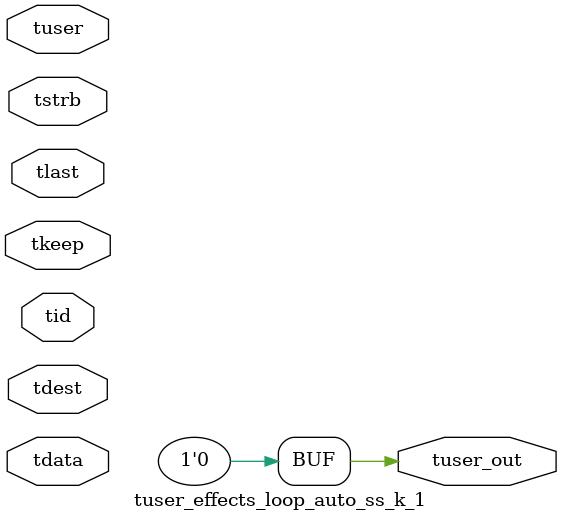
<source format=v>


`timescale 1ps/1ps

module tuser_effects_loop_auto_ss_k_1 #
(
parameter C_S_AXIS_TUSER_WIDTH = 1,
parameter C_S_AXIS_TDATA_WIDTH = 32,
parameter C_S_AXIS_TID_WIDTH   = 0,
parameter C_S_AXIS_TDEST_WIDTH = 0,
parameter C_M_AXIS_TUSER_WIDTH = 1
)
(
input  [(C_S_AXIS_TUSER_WIDTH == 0 ? 1 : C_S_AXIS_TUSER_WIDTH)-1:0     ] tuser,
input  [(C_S_AXIS_TDATA_WIDTH == 0 ? 1 : C_S_AXIS_TDATA_WIDTH)-1:0     ] tdata,
input  [(C_S_AXIS_TID_WIDTH   == 0 ? 1 : C_S_AXIS_TID_WIDTH)-1:0       ] tid,
input  [(C_S_AXIS_TDEST_WIDTH == 0 ? 1 : C_S_AXIS_TDEST_WIDTH)-1:0     ] tdest,
input  [(C_S_AXIS_TDATA_WIDTH/8)-1:0 ] tkeep,
input  [(C_S_AXIS_TDATA_WIDTH/8)-1:0 ] tstrb,
input                                                                    tlast,
output [C_M_AXIS_TUSER_WIDTH-1:0] tuser_out
);

assign tuser_out = {1'b0};

endmodule


</source>
